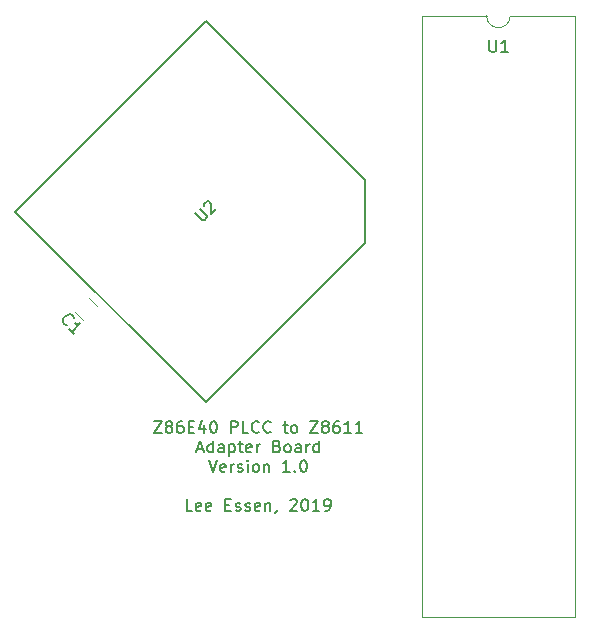
<source format=gbr>
G04 #@! TF.GenerationSoftware,KiCad,Pcbnew,(5.1.2-1)-1*
G04 #@! TF.CreationDate,2019-05-24T20:07:40+01:00*
G04 #@! TF.ProjectId,8840A_CPU,38383430-415f-4435-9055-2e6b69636164,rev?*
G04 #@! TF.SameCoordinates,Original*
G04 #@! TF.FileFunction,Legend,Top*
G04 #@! TF.FilePolarity,Positive*
%FSLAX46Y46*%
G04 Gerber Fmt 4.6, Leading zero omitted, Abs format (unit mm)*
G04 Created by KiCad (PCBNEW (5.1.2-1)-1) date 2019-05-24 20:07:40*
%MOMM*%
%LPD*%
G04 APERTURE LIST*
%ADD10C,0.150000*%
%ADD11C,0.120000*%
G04 APERTURE END LIST*
D10*
X110522857Y-92037380D02*
X111189523Y-92037380D01*
X110522857Y-93037380D01*
X111189523Y-93037380D01*
X111713333Y-92465952D02*
X111618095Y-92418333D01*
X111570476Y-92370714D01*
X111522857Y-92275476D01*
X111522857Y-92227857D01*
X111570476Y-92132619D01*
X111618095Y-92085000D01*
X111713333Y-92037380D01*
X111903809Y-92037380D01*
X111999047Y-92085000D01*
X112046666Y-92132619D01*
X112094285Y-92227857D01*
X112094285Y-92275476D01*
X112046666Y-92370714D01*
X111999047Y-92418333D01*
X111903809Y-92465952D01*
X111713333Y-92465952D01*
X111618095Y-92513571D01*
X111570476Y-92561190D01*
X111522857Y-92656428D01*
X111522857Y-92846904D01*
X111570476Y-92942142D01*
X111618095Y-92989761D01*
X111713333Y-93037380D01*
X111903809Y-93037380D01*
X111999047Y-92989761D01*
X112046666Y-92942142D01*
X112094285Y-92846904D01*
X112094285Y-92656428D01*
X112046666Y-92561190D01*
X111999047Y-92513571D01*
X111903809Y-92465952D01*
X112951428Y-92037380D02*
X112760952Y-92037380D01*
X112665714Y-92085000D01*
X112618095Y-92132619D01*
X112522857Y-92275476D01*
X112475238Y-92465952D01*
X112475238Y-92846904D01*
X112522857Y-92942142D01*
X112570476Y-92989761D01*
X112665714Y-93037380D01*
X112856190Y-93037380D01*
X112951428Y-92989761D01*
X112999047Y-92942142D01*
X113046666Y-92846904D01*
X113046666Y-92608809D01*
X112999047Y-92513571D01*
X112951428Y-92465952D01*
X112856190Y-92418333D01*
X112665714Y-92418333D01*
X112570476Y-92465952D01*
X112522857Y-92513571D01*
X112475238Y-92608809D01*
X113475238Y-92513571D02*
X113808571Y-92513571D01*
X113951428Y-93037380D02*
X113475238Y-93037380D01*
X113475238Y-92037380D01*
X113951428Y-92037380D01*
X114808571Y-92370714D02*
X114808571Y-93037380D01*
X114570476Y-91989761D02*
X114332380Y-92704047D01*
X114951428Y-92704047D01*
X115522857Y-92037380D02*
X115618095Y-92037380D01*
X115713333Y-92085000D01*
X115760952Y-92132619D01*
X115808571Y-92227857D01*
X115856190Y-92418333D01*
X115856190Y-92656428D01*
X115808571Y-92846904D01*
X115760952Y-92942142D01*
X115713333Y-92989761D01*
X115618095Y-93037380D01*
X115522857Y-93037380D01*
X115427619Y-92989761D01*
X115380000Y-92942142D01*
X115332380Y-92846904D01*
X115284761Y-92656428D01*
X115284761Y-92418333D01*
X115332380Y-92227857D01*
X115380000Y-92132619D01*
X115427619Y-92085000D01*
X115522857Y-92037380D01*
X117046666Y-93037380D02*
X117046666Y-92037380D01*
X117427619Y-92037380D01*
X117522857Y-92085000D01*
X117570476Y-92132619D01*
X117618095Y-92227857D01*
X117618095Y-92370714D01*
X117570476Y-92465952D01*
X117522857Y-92513571D01*
X117427619Y-92561190D01*
X117046666Y-92561190D01*
X118522857Y-93037380D02*
X118046666Y-93037380D01*
X118046666Y-92037380D01*
X119427619Y-92942142D02*
X119380000Y-92989761D01*
X119237142Y-93037380D01*
X119141904Y-93037380D01*
X118999047Y-92989761D01*
X118903809Y-92894523D01*
X118856190Y-92799285D01*
X118808571Y-92608809D01*
X118808571Y-92465952D01*
X118856190Y-92275476D01*
X118903809Y-92180238D01*
X118999047Y-92085000D01*
X119141904Y-92037380D01*
X119237142Y-92037380D01*
X119380000Y-92085000D01*
X119427619Y-92132619D01*
X120427619Y-92942142D02*
X120380000Y-92989761D01*
X120237142Y-93037380D01*
X120141904Y-93037380D01*
X119999047Y-92989761D01*
X119903809Y-92894523D01*
X119856190Y-92799285D01*
X119808571Y-92608809D01*
X119808571Y-92465952D01*
X119856190Y-92275476D01*
X119903809Y-92180238D01*
X119999047Y-92085000D01*
X120141904Y-92037380D01*
X120237142Y-92037380D01*
X120380000Y-92085000D01*
X120427619Y-92132619D01*
X121475238Y-92370714D02*
X121856190Y-92370714D01*
X121618095Y-92037380D02*
X121618095Y-92894523D01*
X121665714Y-92989761D01*
X121760952Y-93037380D01*
X121856190Y-93037380D01*
X122332380Y-93037380D02*
X122237142Y-92989761D01*
X122189523Y-92942142D01*
X122141904Y-92846904D01*
X122141904Y-92561190D01*
X122189523Y-92465952D01*
X122237142Y-92418333D01*
X122332380Y-92370714D01*
X122475238Y-92370714D01*
X122570476Y-92418333D01*
X122618095Y-92465952D01*
X122665714Y-92561190D01*
X122665714Y-92846904D01*
X122618095Y-92942142D01*
X122570476Y-92989761D01*
X122475238Y-93037380D01*
X122332380Y-93037380D01*
X123760952Y-92037380D02*
X124427619Y-92037380D01*
X123760952Y-93037380D01*
X124427619Y-93037380D01*
X124951428Y-92465952D02*
X124856190Y-92418333D01*
X124808571Y-92370714D01*
X124760952Y-92275476D01*
X124760952Y-92227857D01*
X124808571Y-92132619D01*
X124856190Y-92085000D01*
X124951428Y-92037380D01*
X125141904Y-92037380D01*
X125237142Y-92085000D01*
X125284761Y-92132619D01*
X125332380Y-92227857D01*
X125332380Y-92275476D01*
X125284761Y-92370714D01*
X125237142Y-92418333D01*
X125141904Y-92465952D01*
X124951428Y-92465952D01*
X124856190Y-92513571D01*
X124808571Y-92561190D01*
X124760952Y-92656428D01*
X124760952Y-92846904D01*
X124808571Y-92942142D01*
X124856190Y-92989761D01*
X124951428Y-93037380D01*
X125141904Y-93037380D01*
X125237142Y-92989761D01*
X125284761Y-92942142D01*
X125332380Y-92846904D01*
X125332380Y-92656428D01*
X125284761Y-92561190D01*
X125237142Y-92513571D01*
X125141904Y-92465952D01*
X126189523Y-92037380D02*
X125999047Y-92037380D01*
X125903809Y-92085000D01*
X125856190Y-92132619D01*
X125760952Y-92275476D01*
X125713333Y-92465952D01*
X125713333Y-92846904D01*
X125760952Y-92942142D01*
X125808571Y-92989761D01*
X125903809Y-93037380D01*
X126094285Y-93037380D01*
X126189523Y-92989761D01*
X126237142Y-92942142D01*
X126284761Y-92846904D01*
X126284761Y-92608809D01*
X126237142Y-92513571D01*
X126189523Y-92465952D01*
X126094285Y-92418333D01*
X125903809Y-92418333D01*
X125808571Y-92465952D01*
X125760952Y-92513571D01*
X125713333Y-92608809D01*
X127237142Y-93037380D02*
X126665714Y-93037380D01*
X126951428Y-93037380D02*
X126951428Y-92037380D01*
X126856190Y-92180238D01*
X126760952Y-92275476D01*
X126665714Y-92323095D01*
X128189523Y-93037380D02*
X127618095Y-93037380D01*
X127903809Y-93037380D02*
X127903809Y-92037380D01*
X127808571Y-92180238D01*
X127713333Y-92275476D01*
X127618095Y-92323095D01*
X114213333Y-94401666D02*
X114689523Y-94401666D01*
X114118095Y-94687380D02*
X114451428Y-93687380D01*
X114784761Y-94687380D01*
X115546666Y-94687380D02*
X115546666Y-93687380D01*
X115546666Y-94639761D02*
X115451428Y-94687380D01*
X115260952Y-94687380D01*
X115165714Y-94639761D01*
X115118095Y-94592142D01*
X115070476Y-94496904D01*
X115070476Y-94211190D01*
X115118095Y-94115952D01*
X115165714Y-94068333D01*
X115260952Y-94020714D01*
X115451428Y-94020714D01*
X115546666Y-94068333D01*
X116451428Y-94687380D02*
X116451428Y-94163571D01*
X116403809Y-94068333D01*
X116308571Y-94020714D01*
X116118095Y-94020714D01*
X116022857Y-94068333D01*
X116451428Y-94639761D02*
X116356190Y-94687380D01*
X116118095Y-94687380D01*
X116022857Y-94639761D01*
X115975238Y-94544523D01*
X115975238Y-94449285D01*
X116022857Y-94354047D01*
X116118095Y-94306428D01*
X116356190Y-94306428D01*
X116451428Y-94258809D01*
X116927619Y-94020714D02*
X116927619Y-95020714D01*
X116927619Y-94068333D02*
X117022857Y-94020714D01*
X117213333Y-94020714D01*
X117308571Y-94068333D01*
X117356190Y-94115952D01*
X117403809Y-94211190D01*
X117403809Y-94496904D01*
X117356190Y-94592142D01*
X117308571Y-94639761D01*
X117213333Y-94687380D01*
X117022857Y-94687380D01*
X116927619Y-94639761D01*
X117689523Y-94020714D02*
X118070476Y-94020714D01*
X117832380Y-93687380D02*
X117832380Y-94544523D01*
X117880000Y-94639761D01*
X117975238Y-94687380D01*
X118070476Y-94687380D01*
X118784761Y-94639761D02*
X118689523Y-94687380D01*
X118499047Y-94687380D01*
X118403809Y-94639761D01*
X118356190Y-94544523D01*
X118356190Y-94163571D01*
X118403809Y-94068333D01*
X118499047Y-94020714D01*
X118689523Y-94020714D01*
X118784761Y-94068333D01*
X118832380Y-94163571D01*
X118832380Y-94258809D01*
X118356190Y-94354047D01*
X119260952Y-94687380D02*
X119260952Y-94020714D01*
X119260952Y-94211190D02*
X119308571Y-94115952D01*
X119356190Y-94068333D01*
X119451428Y-94020714D01*
X119546666Y-94020714D01*
X120975238Y-94163571D02*
X121118095Y-94211190D01*
X121165714Y-94258809D01*
X121213333Y-94354047D01*
X121213333Y-94496904D01*
X121165714Y-94592142D01*
X121118095Y-94639761D01*
X121022857Y-94687380D01*
X120641904Y-94687380D01*
X120641904Y-93687380D01*
X120975238Y-93687380D01*
X121070476Y-93735000D01*
X121118095Y-93782619D01*
X121165714Y-93877857D01*
X121165714Y-93973095D01*
X121118095Y-94068333D01*
X121070476Y-94115952D01*
X120975238Y-94163571D01*
X120641904Y-94163571D01*
X121784761Y-94687380D02*
X121689523Y-94639761D01*
X121641904Y-94592142D01*
X121594285Y-94496904D01*
X121594285Y-94211190D01*
X121641904Y-94115952D01*
X121689523Y-94068333D01*
X121784761Y-94020714D01*
X121927619Y-94020714D01*
X122022857Y-94068333D01*
X122070476Y-94115952D01*
X122118095Y-94211190D01*
X122118095Y-94496904D01*
X122070476Y-94592142D01*
X122022857Y-94639761D01*
X121927619Y-94687380D01*
X121784761Y-94687380D01*
X122975238Y-94687380D02*
X122975238Y-94163571D01*
X122927619Y-94068333D01*
X122832380Y-94020714D01*
X122641904Y-94020714D01*
X122546666Y-94068333D01*
X122975238Y-94639761D02*
X122880000Y-94687380D01*
X122641904Y-94687380D01*
X122546666Y-94639761D01*
X122499047Y-94544523D01*
X122499047Y-94449285D01*
X122546666Y-94354047D01*
X122641904Y-94306428D01*
X122880000Y-94306428D01*
X122975238Y-94258809D01*
X123451428Y-94687380D02*
X123451428Y-94020714D01*
X123451428Y-94211190D02*
X123499047Y-94115952D01*
X123546666Y-94068333D01*
X123641904Y-94020714D01*
X123737142Y-94020714D01*
X124499047Y-94687380D02*
X124499047Y-93687380D01*
X124499047Y-94639761D02*
X124403809Y-94687380D01*
X124213333Y-94687380D01*
X124118095Y-94639761D01*
X124070476Y-94592142D01*
X124022857Y-94496904D01*
X124022857Y-94211190D01*
X124070476Y-94115952D01*
X124118095Y-94068333D01*
X124213333Y-94020714D01*
X124403809Y-94020714D01*
X124499047Y-94068333D01*
X115189523Y-95337380D02*
X115522857Y-96337380D01*
X115856190Y-95337380D01*
X116570476Y-96289761D02*
X116475238Y-96337380D01*
X116284761Y-96337380D01*
X116189523Y-96289761D01*
X116141904Y-96194523D01*
X116141904Y-95813571D01*
X116189523Y-95718333D01*
X116284761Y-95670714D01*
X116475238Y-95670714D01*
X116570476Y-95718333D01*
X116618095Y-95813571D01*
X116618095Y-95908809D01*
X116141904Y-96004047D01*
X117046666Y-96337380D02*
X117046666Y-95670714D01*
X117046666Y-95861190D02*
X117094285Y-95765952D01*
X117141904Y-95718333D01*
X117237142Y-95670714D01*
X117332380Y-95670714D01*
X117618095Y-96289761D02*
X117713333Y-96337380D01*
X117903809Y-96337380D01*
X117999047Y-96289761D01*
X118046666Y-96194523D01*
X118046666Y-96146904D01*
X117999047Y-96051666D01*
X117903809Y-96004047D01*
X117760952Y-96004047D01*
X117665714Y-95956428D01*
X117618095Y-95861190D01*
X117618095Y-95813571D01*
X117665714Y-95718333D01*
X117760952Y-95670714D01*
X117903809Y-95670714D01*
X117999047Y-95718333D01*
X118475238Y-96337380D02*
X118475238Y-95670714D01*
X118475238Y-95337380D02*
X118427619Y-95385000D01*
X118475238Y-95432619D01*
X118522857Y-95385000D01*
X118475238Y-95337380D01*
X118475238Y-95432619D01*
X119094285Y-96337380D02*
X118999047Y-96289761D01*
X118951428Y-96242142D01*
X118903809Y-96146904D01*
X118903809Y-95861190D01*
X118951428Y-95765952D01*
X118999047Y-95718333D01*
X119094285Y-95670714D01*
X119237142Y-95670714D01*
X119332380Y-95718333D01*
X119380000Y-95765952D01*
X119427619Y-95861190D01*
X119427619Y-96146904D01*
X119380000Y-96242142D01*
X119332380Y-96289761D01*
X119237142Y-96337380D01*
X119094285Y-96337380D01*
X119856190Y-95670714D02*
X119856190Y-96337380D01*
X119856190Y-95765952D02*
X119903809Y-95718333D01*
X119999047Y-95670714D01*
X120141904Y-95670714D01*
X120237142Y-95718333D01*
X120284761Y-95813571D01*
X120284761Y-96337380D01*
X122046666Y-96337380D02*
X121475238Y-96337380D01*
X121760952Y-96337380D02*
X121760952Y-95337380D01*
X121665714Y-95480238D01*
X121570476Y-95575476D01*
X121475238Y-95623095D01*
X122475238Y-96242142D02*
X122522857Y-96289761D01*
X122475238Y-96337380D01*
X122427619Y-96289761D01*
X122475238Y-96242142D01*
X122475238Y-96337380D01*
X123141904Y-95337380D02*
X123237142Y-95337380D01*
X123332380Y-95385000D01*
X123380000Y-95432619D01*
X123427619Y-95527857D01*
X123475238Y-95718333D01*
X123475238Y-95956428D01*
X123427619Y-96146904D01*
X123380000Y-96242142D01*
X123332380Y-96289761D01*
X123237142Y-96337380D01*
X123141904Y-96337380D01*
X123046666Y-96289761D01*
X122999047Y-96242142D01*
X122951428Y-96146904D01*
X122903809Y-95956428D01*
X122903809Y-95718333D01*
X122951428Y-95527857D01*
X122999047Y-95432619D01*
X123046666Y-95385000D01*
X123141904Y-95337380D01*
X113784761Y-99637380D02*
X113308571Y-99637380D01*
X113308571Y-98637380D01*
X114499047Y-99589761D02*
X114403809Y-99637380D01*
X114213333Y-99637380D01*
X114118095Y-99589761D01*
X114070476Y-99494523D01*
X114070476Y-99113571D01*
X114118095Y-99018333D01*
X114213333Y-98970714D01*
X114403809Y-98970714D01*
X114499047Y-99018333D01*
X114546666Y-99113571D01*
X114546666Y-99208809D01*
X114070476Y-99304047D01*
X115356190Y-99589761D02*
X115260952Y-99637380D01*
X115070476Y-99637380D01*
X114975238Y-99589761D01*
X114927619Y-99494523D01*
X114927619Y-99113571D01*
X114975238Y-99018333D01*
X115070476Y-98970714D01*
X115260952Y-98970714D01*
X115356190Y-99018333D01*
X115403809Y-99113571D01*
X115403809Y-99208809D01*
X114927619Y-99304047D01*
X116594285Y-99113571D02*
X116927619Y-99113571D01*
X117070476Y-99637380D02*
X116594285Y-99637380D01*
X116594285Y-98637380D01*
X117070476Y-98637380D01*
X117451428Y-99589761D02*
X117546666Y-99637380D01*
X117737142Y-99637380D01*
X117832380Y-99589761D01*
X117880000Y-99494523D01*
X117880000Y-99446904D01*
X117832380Y-99351666D01*
X117737142Y-99304047D01*
X117594285Y-99304047D01*
X117499047Y-99256428D01*
X117451428Y-99161190D01*
X117451428Y-99113571D01*
X117499047Y-99018333D01*
X117594285Y-98970714D01*
X117737142Y-98970714D01*
X117832380Y-99018333D01*
X118260952Y-99589761D02*
X118356190Y-99637380D01*
X118546666Y-99637380D01*
X118641904Y-99589761D01*
X118689523Y-99494523D01*
X118689523Y-99446904D01*
X118641904Y-99351666D01*
X118546666Y-99304047D01*
X118403809Y-99304047D01*
X118308571Y-99256428D01*
X118260952Y-99161190D01*
X118260952Y-99113571D01*
X118308571Y-99018333D01*
X118403809Y-98970714D01*
X118546666Y-98970714D01*
X118641904Y-99018333D01*
X119499047Y-99589761D02*
X119403809Y-99637380D01*
X119213333Y-99637380D01*
X119118095Y-99589761D01*
X119070476Y-99494523D01*
X119070476Y-99113571D01*
X119118095Y-99018333D01*
X119213333Y-98970714D01*
X119403809Y-98970714D01*
X119499047Y-99018333D01*
X119546666Y-99113571D01*
X119546666Y-99208809D01*
X119070476Y-99304047D01*
X119975238Y-98970714D02*
X119975238Y-99637380D01*
X119975238Y-99065952D02*
X120022857Y-99018333D01*
X120118095Y-98970714D01*
X120260952Y-98970714D01*
X120356190Y-99018333D01*
X120403809Y-99113571D01*
X120403809Y-99637380D01*
X120927619Y-99589761D02*
X120927619Y-99637380D01*
X120880000Y-99732619D01*
X120832380Y-99780238D01*
X122070476Y-98732619D02*
X122118095Y-98685000D01*
X122213333Y-98637380D01*
X122451428Y-98637380D01*
X122546666Y-98685000D01*
X122594285Y-98732619D01*
X122641904Y-98827857D01*
X122641904Y-98923095D01*
X122594285Y-99065952D01*
X122022857Y-99637380D01*
X122641904Y-99637380D01*
X123260952Y-98637380D02*
X123356190Y-98637380D01*
X123451428Y-98685000D01*
X123499047Y-98732619D01*
X123546666Y-98827857D01*
X123594285Y-99018333D01*
X123594285Y-99256428D01*
X123546666Y-99446904D01*
X123499047Y-99542142D01*
X123451428Y-99589761D01*
X123356190Y-99637380D01*
X123260952Y-99637380D01*
X123165714Y-99589761D01*
X123118095Y-99542142D01*
X123070476Y-99446904D01*
X123022857Y-99256428D01*
X123022857Y-99018333D01*
X123070476Y-98827857D01*
X123118095Y-98732619D01*
X123165714Y-98685000D01*
X123260952Y-98637380D01*
X124546666Y-99637380D02*
X123975238Y-99637380D01*
X124260952Y-99637380D02*
X124260952Y-98637380D01*
X124165714Y-98780238D01*
X124070476Y-98875476D01*
X123975238Y-98923095D01*
X125022857Y-99637380D02*
X125213333Y-99637380D01*
X125308571Y-99589761D01*
X125356190Y-99542142D01*
X125451428Y-99399285D01*
X125499047Y-99208809D01*
X125499047Y-98827857D01*
X125451428Y-98732619D01*
X125403809Y-98685000D01*
X125308571Y-98637380D01*
X125118095Y-98637380D01*
X125022857Y-98685000D01*
X124975238Y-98732619D01*
X124927619Y-98827857D01*
X124927619Y-99065952D01*
X124975238Y-99161190D01*
X125022857Y-99208809D01*
X125118095Y-99256428D01*
X125308571Y-99256428D01*
X125403809Y-99208809D01*
X125451428Y-99161190D01*
X125499047Y-99065952D01*
D11*
X103820406Y-82797487D02*
X104527513Y-83504594D01*
X105729594Y-82302513D02*
X105022487Y-81595406D01*
X140700000Y-57725000D02*
G75*
G02X138700000Y-57725000I-1000000J0D01*
G01*
X138700000Y-57725000D02*
X133240000Y-57725000D01*
X133240000Y-57725000D02*
X133240000Y-108645000D01*
X133240000Y-108645000D02*
X146160000Y-108645000D01*
X146160000Y-108645000D02*
X146160000Y-57725000D01*
X146160000Y-57725000D02*
X140700000Y-57725000D01*
D10*
X128405384Y-76989077D02*
X128405384Y-71600923D01*
X128405384Y-71600923D02*
X114935000Y-58130539D01*
X114935000Y-58130539D02*
X98770539Y-74295000D01*
X98770539Y-74295000D02*
X114935000Y-90459461D01*
X114935000Y-90459461D02*
X128405384Y-76989077D01*
X103167173Y-83922124D02*
X103099830Y-83922124D01*
X102965143Y-83854780D01*
X102897799Y-83787437D01*
X102830456Y-83652749D01*
X102830456Y-83518062D01*
X102864127Y-83417047D01*
X102965143Y-83248688D01*
X103066158Y-83147673D01*
X103234517Y-83046658D01*
X103335532Y-83012986D01*
X103470219Y-83012986D01*
X103604906Y-83080330D01*
X103672250Y-83147673D01*
X103739593Y-83282360D01*
X103739593Y-83349704D01*
X103773265Y-84662902D02*
X103369204Y-84258841D01*
X103571234Y-84460872D02*
X104278341Y-83753765D01*
X104109982Y-83787437D01*
X103975295Y-83787437D01*
X103874280Y-83753765D01*
X138938095Y-59777380D02*
X138938095Y-60586904D01*
X138985714Y-60682142D01*
X139033333Y-60729761D01*
X139128571Y-60777380D01*
X139319047Y-60777380D01*
X139414285Y-60729761D01*
X139461904Y-60682142D01*
X139509523Y-60586904D01*
X139509523Y-59777380D01*
X140509523Y-60777380D02*
X139938095Y-60777380D01*
X140223809Y-60777380D02*
X140223809Y-59777380D01*
X140128571Y-59920238D01*
X140033333Y-60015476D01*
X139938095Y-60063095D01*
X114009026Y-74446522D02*
X114581446Y-75018942D01*
X114682461Y-75052614D01*
X114749805Y-75052614D01*
X114850820Y-75018942D01*
X114985507Y-74884255D01*
X115019179Y-74783240D01*
X115019179Y-74715896D01*
X114985507Y-74614881D01*
X114413087Y-74042461D01*
X114783477Y-73806759D02*
X114783477Y-73739416D01*
X114817148Y-73638400D01*
X114985507Y-73470042D01*
X115086522Y-73436370D01*
X115153866Y-73436370D01*
X115254881Y-73470042D01*
X115322225Y-73537385D01*
X115389568Y-73672072D01*
X115389568Y-74480194D01*
X115827301Y-74042461D01*
M02*

</source>
